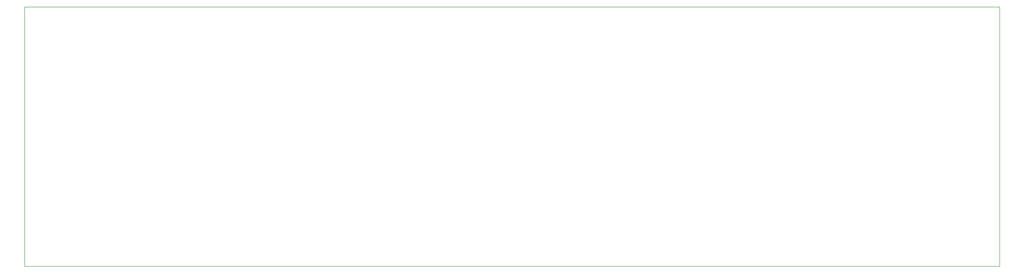
<source format=gbr>
%TF.GenerationSoftware,KiCad,Pcbnew,6.0.2+dfsg-1*%
%TF.CreationDate,2022-06-22T10:26:47+01:00*%
%TF.ProjectId,Keyboard,4b657962-6f61-4726-942e-6b696361645f,2*%
%TF.SameCoordinates,Original*%
%TF.FileFunction,Profile,NP*%
%FSLAX46Y46*%
G04 Gerber Fmt 4.6, Leading zero omitted, Abs format (unit mm)*
G04 Created by KiCad (PCBNEW 6.0.2+dfsg-1) date 2022-06-22 10:26:47*
%MOMM*%
%LPD*%
G01*
G04 APERTURE LIST*
%TA.AperFunction,Profile*%
%ADD10C,0.100000*%
%TD*%
G04 APERTURE END LIST*
D10*
X57708000Y-88938000D02*
X249948000Y-88938000D01*
X249948000Y-88938000D02*
X249948000Y-140258800D01*
X249948000Y-140258800D02*
X57708000Y-140258800D01*
X57708000Y-140258800D02*
X57708000Y-88938000D01*
M02*

</source>
